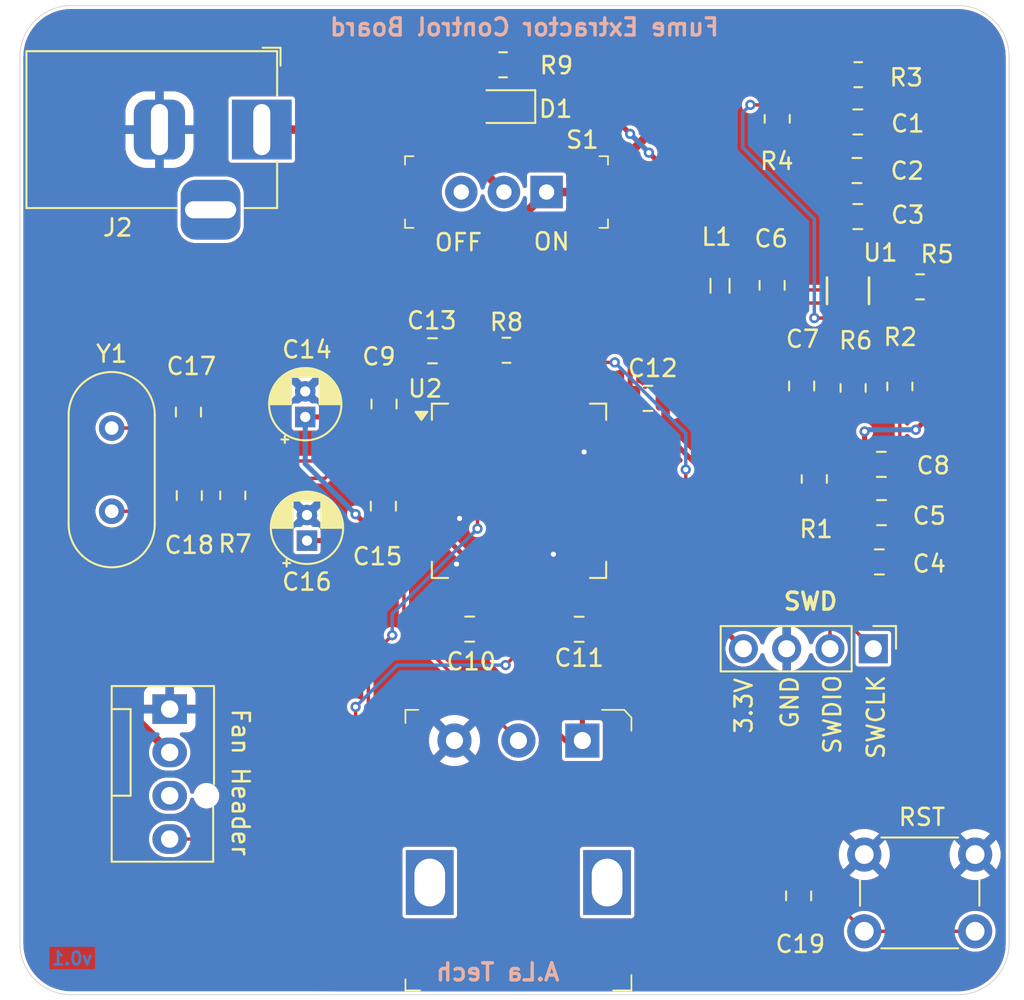
<source format=kicad_pcb>
(kicad_pcb (version 20241229) (generator "pcbnew") (generator_version "9.0")
  (title_block (title "Fume Extractor Control Board PCB") (date "2025-06-16") (rev "v0.1") (comment 4 "Author: Alvin La"))
  (layers (0 "F.Cu" signal) (2 "B.Cu" signal) (13 "F.Paste" user) (15 "B.Paste" user) (5 "F.SilkS" user "F.Silkscreen") (7 "B.SilkS" user "B.Silkscreen") (1 "F.Mask" user) (3 "B.Mask" user) (25 "Edge.Cuts" user))
  (net 0 "")
  (net 1 "GND")
  (net 2 "+12V")
  (net 3 "+3.3V")
  (net 4 "/BST")
  (net 5 "/SW")
  (net 6 "/SS")
  (net 7 "Net-(C8-Pad1)")
  (net 8 "/LED +")
  (net 10 "/PWM")
  (net 11 "Net-(J2-Pad1)")
  (net 12 "/SWDIO")
  (net 13 "/SWCLK")
  (net 14 "/EN")
  (net 15 "/PG")
  (net 16 "/FB")
  (net 17 "/W")
  (net 64 "/OSC_IN")
  (net 65 "/OSC_OUT_R")
  (net 66 "/OSC_OUT")
  (net 67 "/BOOT0")
  (net 68 "/NRST")
  (footprint "Capacitor_SMD:C_0805_2012Metric_Pad1.18x1.45mm_HandSolder" (layer "F.Cu") (at 144.41 93.62 180)
    (property "Reference" "C13" (at 0.04 1.77 0) (layer "F.SilkS"))
    (property "Value" "100n" (hide yes))
    (pad "1" smd roundrect (at -1.0375 0 180) (size 1.175 1.45) (layers "F.Cu" "F.Mask" "F.Paste") (roundrect_rratio 0.212766) (net 3 "+3.3V"))
    (pad "2" smd roundrect (at 1.0375 0 180) (size 1.175 1.45) (layers "F.Cu" "F.Mask" "F.Paste") (roundrect_rratio 0.212766) (net 1 "GND"))
  )
  (footprint "Capacitor_THT:CP_Radial_D4.0mm_P1.50mm" (layer "F.Cu") (at 136.95 97.5 90)
    (property "Reference" "C14" (at 3.95 0.1 180) (layer "F.SilkS"))
    (property "Value" "4.7u" (hide yes))
    (pad "1" thru_hole rect (at 0 0 90) (size 1.2 1.2) (drill 0.6) (layers "*.Cu" "*.Mask") (net 3 "+3.3V"))
    (pad "2" thru_hole circle (at 1.5 0 90) (size 1.2 1.2) (drill 0.6) (layers "*.Cu" "*.Mask") (net 1 "GND"))
  )
  (footprint "Capacitor_SMD:C_0805_2012Metric_Pad1.18x1.45mm_HandSolder" (layer "F.Cu") (at 146.5925 109.94 180)
    (property "Reference" "C10" (at -0.09 -1.9 180) (layer "F.SilkS"))
    (property "Value" "100n" (hide yes))
    (pad "1" smd roundrect (at -1.0375 0 180) (size 1.175 1.45) (layers "F.Cu" "F.Mask" "F.Paste") (roundrect_rratio 0.212766) (net 3 "+3.3V"))
    (pad "2" smd roundrect (at 1.0375 0 180) (size 1.175 1.45) (layers "F.Cu" "F.Mask" "F.Paste") (roundrect_rratio 0.212766) (net 1 "GND"))
  )
  (footprint "Resistor_SMD:R_0805_2012Metric_Pad1.20x1.40mm_HandSolder" (layer "F.Cu") (at 166.8 101.14 -90)
    (property "Reference" "R1" (at 2.94 -0.105 180) (layer "F.SilkS"))
    (property "Value" "51k" (hide yes))
    (pad "1" smd roundrect (at -1 0 270) (size 1.2 1.4) (layers "F.Cu" "F.Mask" "F.Paste") (roundrect_rratio 0.208333) (net 7 "Net-(C8-Pad1)"))
    (pad "2" smd roundrect (at 1 0 270) (size 1.2 1.4) (layers "F.Cu" "F.Mask" "F.Paste") (roundrect_rratio 0.208333) (net 3 "+3.3V"))
  )
  (footprint "Crystal:Crystal_HC49-4H_Vertical" (layer "F.Cu") (at 125.6 98.15 -90)
    (property "Reference" "Y1" (at -4.35 0 180) (layer "F.SilkS"))
    (property "Value" "8MHz")
    (pad "1" thru_hole circle (at 0 0 270) (size 1.5 1.5) (drill 0.8) (layers "*.Cu" "*.Mask") (net 64 "/OSC_IN"))
    (pad "2" thru_hole circle (at 4.88 0 270) (size 1.5 1.5) (drill 0.8) (layers "*.Cu" "*.Mask") (net 65 "/OSC_OUT_R"))
  )
  (footprint "Capacitor_SMD:C_0805_2012Metric_Pad1.18x1.45mm_HandSolder" (layer "F.Cu") (at 165.88 125.58 -90)
    (property "Reference" "C19" (at 2.83 -0.1 180) (layer "F.SilkS"))
    (property "Value" "100n" (hide yes))
    (pad "1" smd roundrect (at -1.0375 0 270) (size 1.175 1.45) (layers "F.Cu" "F.Mask" "F.Paste") (roundrect_rratio 0.212766) (net 1 "GND"))
    (pad "2" smd roundrect (at 1.0375 0 270) (size 1.175 1.45) (layers "F.Cu" "F.Mask" "F.Paste") (roundrect_rratio 0.212766) (net 68 "/NRST"))
  )
  (footprint "Capacitor_SMD:C_0805_2012Metric_Pad1.18x1.45mm_HandSolder" (layer "F.Cu") (at 164.325 89.7825 90)
    (property "Reference" "C6" (at 2.74 -0.06 0) (layer "F.SilkS"))
    (property "Value" "0.1u" (hide yes))
    (pad "1" smd roundrect (at -1.0375 0 90) (size 1.175 1.45) (layers "F.Cu" "F.Mask" "F.Paste") (roundrect_rratio 0.212766) (net 4 "/BST"))
    (pad "2" smd roundrect (at 1.0375 0 90) (size 1.175 1.45) (layers "F.Cu" "F.Mask" "F.Paste") (roundrect_rratio 0.212766) (net 5 "/SW"))
  )
  (footprint "MP2338GTL-Z:SOT583_MP2338_MNP" (layer "F.Cu") (at 168.774999 90.1007 -90)
    (property "Reference" "U1" (at -2.2307 -1.897501 0) (layer "F.SilkS"))
    (property "Value" "MP2338GTL-Z" (hide yes))
    (pad "1" smd rect (at -0.7493 -0.750001 270) (size 0.6096 0.2794) (layers "F.Cu" "F.Mask" "F.Paste") (net 15 "/PG"))
    (pad "2" smd rect (at -0.7493 -0.25 270) (size 0.6096 0.2794) (layers "F.Cu" "F.Mask" "F.Paste") (net 2 "+12V"))
    (pad "3" smd rect (at -0.7493 0.25 270) (size 0.6096 0.2794) (layers "F.Cu" "F.Mask" "F.Paste") (net 5 "/SW"))
    (pad "4" smd rect (at -0.7493 0.750001 270) (size 0.6096 0.2794) (layers "F.Cu" "F.Mask" "F.Paste") (net 1 "GND"))
    (pad "5" smd rect (at 0.7493 0.750001 270) (size 0.6096 0.2794) (layers "F.Cu" "F.Mask" "F.Paste") (net 4 "/BST"))
    (pad "6" smd rect (at 0.7493 0.25 270) (size 0.6096 0.2794) (layers "F.Cu" "F.Mask" "F.Paste") (net 14 "/EN"))
    (pad "7" smd rect (at 0.7493 -0.25 270) (size 0.6096 0.2794) (layers "F.Cu" "F.Mask" "F.Paste") (net 6 "/SS"))
    (pad "8" smd rect (at 0.7493 -0.750001 270) (size 0.6096 0.2794) (layers "F.Cu" "F.Mask" "F.Paste") (net 16 "/FB"))
  )
  (footprint "Resistor_SMD:R_0805_2012Metric_Pad1.20x1.40mm_HandSolder" (layer "F.Cu") (at 171.815 95.71 -90)
    (property "Reference" "R2" (at -2.89 -0.025 180) (layer "F.SilkS"))
    (property "Value" "9.09k" (hide yes))
    (pad "1" smd roundrect (at -1 0 270) (size 1.2 1.4) (layers "F.Cu" "F.Mask" "F.Paste") (roundrect_rratio 0.208333) (net 1 "GND"))
    (pad "2" smd roundrect (at 1 0 270) (size 1.2 1.4) (layers "F.Cu" "F.Mask" "F.Paste") (roundrect_rratio 0.208333) (net 7 "Net-(C8-Pad1)"))
  )
  (footprint "Connector:FanPinHeader_1x04_P2.54mm_Vertical" (layer "F.Cu") (at 129 114.63 -90)
    (property "Reference" "J1" (hide yes))
    (property "Value" "Noctua Fan Header" (hide yes))
    (pad "" np_thru_hole circle (at 5.08 -2.16) (size 1.1 1.1) (drill 1.1) (layers "*.Cu" "*.Mask"))
    (pad "1" thru_hole rect (at 0 0) (size 2.03 1.73) (drill 1.02) (layers "*.Cu" "*.Mask") (net 1 "GND"))
    (pad "2" thru_hole oval (at 2.54 0) (size 2.03 1.73) (drill 1.02) (layers "*.Cu" "*.Mask") (net 2 "+12V"))
    (pad "3" thru_hole oval (at 5.08 0) (size 2.03 1.73) (drill 1.02) (layers "*.Cu" "*.Mask"))
    (pad "4" thru_hole oval (at 7.62 0) (size 2.03 1.73) (drill 1.02) (layers "*.Cu" "*.Mask") (net 10 "/PWM"))
  )
  (footprint "Capacitor_SMD:C_0805_2012Metric_Pad1.18x1.45mm_HandSolder" (layer "F.Cu") (at 141.57 96.7425 90)
    (property "Reference" "C9" (at 2.7825 -0.3 0) (layer "F.SilkS"))
    (property "Value" "100n" (hide yes))
    (pad "1" smd roundrect (at -1.0375 0 90) (size 1.175 1.45) (layers "F.Cu" "F.Mask" "F.Paste") (roundrect_rratio 0.212766) (net 3 "+3.3V"))
    (pad "2" smd roundrect (at 1.0375 0 90) (size 1.175 1.45) (layers "F.Cu" "F.Mask" "F.Paste") (roundrect_rratio 0.212766) (net 1 "GND"))
  )
  (footprint "Resistor_SMD:R_0805_2012Metric_Pad1.20x1.40mm_HandSolder" (layer "F.Cu") (at 169.375 77.43 180)
    (property "Reference" "R3" (at -2.815 -0.17 180) (layer "F.SilkS"))
    (property "Value" "191k")
    (pad "1" smd roundrect (at -1 0 180) (size 1.2 1.4) (layers "F.Cu" "F.Mask" "F.Paste") (roundrect_rratio 0.208333) (net 2 "+12V"))
    (pad "2" smd roundrect (at 1 0 180) (size 1.2 1.4) (layers "F.Cu" "F.Mask" "F.Paste") (roundrect_rratio 0.208333) (net 14 "/EN"))
  )
  (footprint "Resistor_SMD:R_0805_2012Metric_Pad1.20x1.40mm_HandSolder" (layer "F.Cu") (at 148.55 76.85)
    (property "Reference" "R9" (at 3.13 0.04 180) (layer "F.SilkS"))
    (property "Value" "100" (hide yes))
    (pad "1" smd roundrect (at -1 0) (size 1.2 1.4) (layers "F.Cu" "F.Mask" "F.Paste") (roundrect_rratio 0.208333) (net 8 "/LED +"))
    (pad "2" smd roundrect (at 1 0) (size 1.2 1.4) (layers "F.Cu" "F.Mask" "F.Paste") (roundrect_rratio 0.208333) (net 3 "+3.3V"))
  )
  (footprint "Capacitor_THT:CP_Radial_D4.0mm_P1.50mm" (layer "F.Cu") (at 137.05 104.75 90)
    (property "Reference" "C16" (at -2.42 0 180) (layer "F.SilkS"))
    (property "Value" "4.7u" (hide yes))
    (pad "1" thru_hole rect (at 0 0 90) (size 1.2 1.2) (drill 0.6) (layers "*.Cu" "*.Mask") (net 3 "+3.3V"))
    (pad "2" thru_hole circle (at 1.5 0 90) (size 1.2 1.2) (drill 0.6) (layers "*.Cu" "*.Mask") (net 1 "GND"))
  )
  (footprint "Capacitor_SMD:C_0805_2012Metric_Pad1.18x1.45mm_HandSolder" (layer "F.Cu") (at 130.15 102.1125 90)
    (property "Reference" "C18" (at -2.9 0 0) (layer "F.SilkS"))
    (property "Value" "20pF" (hide yes))
    (pad "1" smd roundrect (at -1.0375 0 90) (size 1.175 1.45) (layers "F.Cu" "F.Mask" "F.Paste") (roundrect_rratio 0.212766) (net 65 "/OSC_OUT_R"))
    (pad "2" smd roundrect (at 1.0375 0 90) (size 1.175 1.45) (layers "F.Cu" "F.Mask" "F.Paste") (roundrect_rratio 0.212766) (net 1 "GND"))
  )
  (footprint "Resistor_SMD:R_0805_2012Metric_Pad1.20x1.40mm_HandSolder" (layer "F.Cu") (at 132.7 102.1 -90)
    (property "Reference" "R7" (at 2.84 -0.13 180) (layer "F.SilkS"))
    (property "Value" "390" (hide yes))
    (pad "1" smd roundrect (at -1 0 270) (size 1.2 1.4) (layers "F.Cu" "F.Mask" "F.Paste") (roundrect_rratio 0.208333) (net 66 "/OSC_OUT"))
    (pad "2" smd roundrect (at 1 0 270) (size 1.2 1.4) (layers "F.Cu" "F.Mask" "F.Paste") (roundrect_rratio 0.208333) (net 65 "/OSC_OUT_R"))
  )
  (footprint "Capacitor_SMD:C_0805_2012Metric_Pad1.18x1.45mm_HandSolder" (layer "F.Cu") (at 141.53 102.73 90)
    (property "Reference" "C15" (at -2.95 -0.345 180) (layer "F.SilkS"))
    (property "Value" "100n" (hide yes))
    (pad "1" smd roundrect (at -1.0375 0 90) (size 1.175 1.45) (layers "F.Cu" "F.Mask" "F.Paste") (roundrect_rratio 0.212766) (net 3 "+3.3V"))
    (pad "2" smd roundrect (at 1.0375 0 90) (size 1.175 1.45) (layers "F.Cu" "F.Mask" "F.Paste") (roundrect_rratio 0.212766) (net 1 "GND"))
  )
  (footprint "Capacitor_SMD:C_0805_2012Metric_Pad1.18x1.45mm_HandSolder" (layer "F.Cu") (at 170.7425 103.11 180)
    (property "Reference" "C5" (at -2.7975 -0.19 180) (layer "F.SilkS"))
    (property "Value" "22u" (hide yes))
    (pad "1" smd roundrect (at -1.0375 0 180) (size 1.175 1.45) (layers "F.Cu" "F.Mask" "F.Paste") (roundrect_rratio 0.212766) (net 1 "GND"))
    (pad "2" smd roundrect (at 1.0375 0 180) (size 1.175 1.45) (layers "F.Cu" "F.Mask" "F.Paste") (roundrect_rratio 0.212766) (net 3 "+3.3V"))
  )
  (footprint "Capacitor_SMD:C_0805_2012Metric_Pad1.18x1.45mm_HandSolder" (layer "F.Cu") (at 169.35 80.2 180)
    (property "Reference" "C1" (at -2.93 -0.1 180) (layer "F.SilkS"))
    (property "Value" "10u" (hide yes))
    (pad "1" smd roundrect (at -1.0375 0 180) (size 1.175 1.45) (layers "F.Cu" "F.Mask" "F.Paste") (roundrect_rratio 0.212766) (net 2 "+12V"))
    (pad "2" smd roundrect (at 1.0375 0 180) (size 1.175 1.45) (layers "F.Cu" "F.Mask" "F.Paste") (roundrect_rratio 0.212766) (net 1 "GND"))
  )
  (footprint "Package_QFP:LQFP-64_10x10mm_P0.5mm" (layer "F.Cu") (at 149.485 101.83)
    (property "Reference" "U2" (at -5.505 -5.99 0) (layer "F.SilkS"))
    (property "Value" "STM32F030RCTx")
    (pad "1" smd roundrect (at -5.675 -3.75) (size 1.55 0.3) (layers "F.Cu" "F.Mask" "F.Paste") (net 3 "+3.3V"))
    (pad "2" smd roundrect (at -5.675 -3.25) (size 1.55 0.3) (layers "F.Cu" "F.Mask" "F.Paste"))
    (pad "3" smd roundrect (at -5.675 -2.75) (size 1.55 0.3) (layers "F.Cu" "F.Mask" "F.Paste"))
    (pad "4" smd roundrect (at -5.675 -2.25) (size 1.55 0.3) (layers "F.Cu" "F.Mask" "F.Paste"))
    (pad "5" smd roundrect (at -5.675 -1.75) (size 1.55 0.3) (layers "F.Cu" "F.Mask" "F.Paste") (net 64 "/OSC_IN"))
    (pad "6" smd roundrect (at -5.675 -1.25) (size 1.55 0.3) (layers "F.Cu" "F.Mask" "F.Paste") (net 66 "/OSC_OUT"))
    (pad "7" smd roundrect (at -5.675 -0.75) (size 1.55 0.3) (layers "F.Cu" "F.Mask" "F.Paste") (net 68 "/NRST"))
    (pad "8" smd roundrect (at -5.675 -0.25) (size 1.55 0.3) (layers "F.Cu" "F.Mask" "F.Paste"))
    (pad "9" smd roundrect (at -5.675 0.25) (size 1.55 0.3) (layers "F.Cu" "F.Mask" "F.Paste"))
    (pad "10" smd roundrect (at -5.675 0.75) (size 1.55 0.3) (layers "F.Cu" "F.Mask" "F.Paste"))
    (pad "11" smd roundrect (at -5.675 1.25) (size 1.55 0.3) (layers "F.Cu" "F.Mask" "F.Paste"))
    (pad "12" smd roundrect (at -5.675 1.75) (size 1.55 0.3) (layers "F.Cu" "F.Mask" "F.Paste") (net 1 "GND"))
    (pad "13" smd roundrect (at -5.675 2.25) (size 1.55 0.3) (layers "F.Cu" "F.Mask" "F.Paste") (net 3 "+3.3V"))
    (pad "14" smd roundrect (at -5.675 2.75) (size 1.55 0.3) (layers "F.Cu" "F.Mask" "F.Paste") (net 17 "/W"))
    (pad "15" smd roundrect (at -5.675 3.25) (size 1.55 0.3) (layers "F.Cu" "F.Mask" "F.Paste"))
    (pad "16" smd roundrect (at -5.675 3.75) (size 1.55 0.3) (layers "F.Cu" "F.Mask" "F.Paste"))
    (pad "17" smd roundrect (at -3.75 5.675) (size 0.3 1.55) (layers "F.Cu" "F.Mask" "F.Paste"))
    (pad "18" smd roundrect (at -3.25 5.675) (size 0.3 1.55) (layers "F.Cu" "F.Mask" "F.Paste") (net 1 "GND"))
    (pad "19" smd roundrect (at -2.75 5.675) (size 0.3 1.55) (layers "F.Cu" "F.Mask" "F.Paste") (net 3 "+3.3V"))
    (pad "20" smd roundrect (at -2.25 5.675) (size 0.3 1.55) (layers "F.Cu" "F.Mask" "F.Paste"))
    (pad "21" smd roundrect (at -1.75 5.675) (size 0.3 1.55) (layers "F.Cu" "F.Mask" "F.Paste"))
    (pad "22" smd roundrect (at -1.25 5.675) (size 0.3 1.55) (layers "F.Cu" "F.Mask" "F.Paste"))
    (pad "23" smd roundrect (at -0.75 5.675) (size 0.3 1.55) (layers "F.Cu" "F.Mask" "F.Paste"))
    (pad "24" smd roundrect (at -0.25 5.675) (size 0.3 1.55) (layers "F.Cu" "F.Mask" "F.Paste"))
    (pad "25" smd roundrect (at 0.25 5.675) (size 0.3 1.55) (layers "F.Cu" "F.Mask" "F.Paste"))
    (pad "26" smd roundrect (at 0.75 5.675) (size 0.3 1.55) (layers "F.Cu" "F.Mask" "F.Paste"))
    (pad "27" smd roundrect (at 1.25 5.675) (size 0.3 1.55) (layers "F.Cu" "F.Mask" "F.Paste") (net 10 "/PWM"))
    (pad "28" smd roundrect (at 1.75 5.675) (size 0.3 1.55) (layers "F.Cu" "F.Mask" "F.Paste"))
    (pad "29" smd roundrect (at 2.25 5.675) (size 0.3 1.55) (layers "F.Cu" "F.Mask" "F.Paste"))
    (pad "30" smd roundrect (at 2.75 5.675) (size 0.3 1.55) (layers "F.Cu" "F.Mask" "F.Paste"))
    (pad "31" smd roundrect (at 3.25 5.675) (size 0.3 1.55) (layers "F.Cu" "F.Mask" "F.Paste") (net 1 "GND"))
    (pad "32" smd roundrect (at 3.75 5.675) (size 0.3 1.55) (layers "F.Cu" "F.Mask" "F.Paste") (net 3 "+3.3V"))
    (pad "33" smd roundrect (at 5.675 3.75) (size 1.55 0.3) (layers "F.Cu" "F.Mask" "F.Paste"))
    (pad "34" smd roundrect (at 5.675 3.25) (size 1.55 0.3) (layers "F.Cu" "F.Mask" "F.Paste"))
    (pad "35" smd roundrect (at 5.675 2.75) (size 1.55 0.3) (layers "F.Cu" "F.Mask" "F.Paste"))
    (pad "36" smd roundrect (at 5.675 2.25) (size 1.55 0.3) (layers "F.Cu" "F.Mask" "F.Paste"))
    (pad "37" smd roundrect (at 5.675 1.75) (size 1.55 0.3) (layers "F.Cu" "F.Mask" "F.Paste"))
    (pad "38" smd roundrect (at 5.675 1.25) (size 1.55 0.3) (layers "F.Cu" "F.Mask" "F.Paste"))
    (pad "39" smd roundrect (at 5.675 0.75) (size 1.55 0.3) (layers "F.Cu" "F.Mask" "F.Paste"))
    (pad "40" smd roundrect (at 5.675 0.25) (size 1.55 0.3) (layers "F.Cu" "F.Mask" "F.Paste"))
    (pad "41" smd roundrect (at 5.675 -0.25) (size 1.55 0.3) (layers "F.Cu" "F.Mask" "F.Paste"))
    (pad "42" smd roundrect (at 5.675 -0.75) (size 1.55 0.3) (layers "F.Cu" "F.Mask" "F.Paste"))
    (pad "43" smd roundrect (at 5.675 -1.25) (size 1.55 0.3) (layers "F.Cu" "F.Mask" "F.Paste"))
    (pad "44" smd roundrect (at 5.675 -1.75) (size 1.55 0.3) (layers "F.Cu" "F.Mask" "F.Paste"))
    (pad "45" smd roundrect (at 5.675 -2.25) (size 1.55 0.3) (layers "F.Cu" "F.Mask" "F.Paste"))
    (pad "46" smd roundrect (at 5.675 -2.75) (size 1.55 0.3) (layers "F.Cu" "F.Mask" "F.Paste") (net 12 "/SWDIO"))
    (pad "47" smd roundrect (at 5.675 -3.25) (size 1.55 0.3) (layers "F.Cu" "F.Mask" "F.Paste") (net 1 "GND"))
    (pad "48" smd roundrect (at 5.675 -3.75) (size 1.55 0.3) (layers "F.Cu" "F.Mask" "F.Paste") (net 3 "+3.3V"))
    (pad "49" smd roundrect (at 3.75 -5.675) (size 0.3 1.55) (layers "F.Cu" "F.Mask" "F.Paste") (net 13 "/SWCLK"))
    (pad "50" smd roundrect (at 3.25 -5.675) (size 0.3 1.55) (layers "F.Cu" "F.Mask" "F.Paste"))
    (pad "51" smd roundrect (at 2.75 -5.675) (size 0.3 1.55) (layers "F.Cu" "F.Mask" "F.Paste"))
    (pad "52" smd roundrect (at 2.25 -5.675) (size 0.3 1.55) (layers "F.Cu" "F.Mask" "F.Paste"))
    (pad "53" smd roundrect (at 1.75 -5.675) (size 0.3 1.55) (layers "F.Cu" "F.Mask" "F.Paste"))
    (pad "54" smd roundrect (at 1.25 -5.675) (size 0.3 1.55) (layers "F.Cu" "F.Mask" "F.Paste"))
    (pad "55" smd roundrect (at 0.75 -5.675) (size 0.3 1.55) (layers "F.Cu" "F.Mask" "F.Paste"))
    (pad "56" smd roundrect (at 0.25 -5.675) (size 0.3 1.55) (layers "F.Cu" "F.Mask" "F.Paste"))
    (pad "57" smd roundrect (at -0.25 -5.675) (size 0.3 1.55) (layers "F.Cu" "F.Mask" "F.Paste"))
    (pad "58" smd roundrect (at -0.75 -5.675) (size 0.3 1.55) (layers "F.Cu" "F.Mask" "F.Paste"))
    (pad "59" smd roundrect (at -1.25 -5.675) (size 0.3 1.55) (layers "F.Cu" "F.Mask" "F.Paste"))
    (pad "60" smd roundrect (at -1.75 -5.675) (size 0.3 1.55) (layers "F.Cu" "F.Mask" "F.Paste") (net 67 "/BOOT0"))
    (pad "61" smd roundrect (at -2.25 -5.675) (size 0.3 1.55) (layers "F.Cu" "F.Mask" "F.Paste"))
    (pad "62" smd roundrect (at -2.75 -5.675) (size 0.3 1.55) (layers "F.Cu" "F.Mask" "F.Paste"))
    (pad "63" smd roundrect (at -3.25 -5.675) (size 0.3 1.55) (layers "F.Cu" "F.Mask" "F.Paste") (net 1 "GND"))
    (pad "64" smd roundrect (at -3.75 -5.675) (size 0.3 1.55) (layers "F.Cu" "F.Mask" "F.Paste") (net 3 "+3.3V"))
  )
  (footprint "digikey-footprints:Potentiometer_P120PK-Y25BR10K" (layer "F.Cu") (at 153.2 116.475 180)
    (property "Reference" "RV2" (hide yes))
    (property "Value" "10k")
    (pad "1" thru_hole rect (at 0 0 180) (size 2 2) (drill 1) (layers "*.Cu" "*.Mask") (net 3 "+3.3V"))
    (pad "2" thru_hole circle (at 3.75 0 180) (size 2 2) (drill 1) (layers "*.Cu" "*.Mask") (net 17 "/W"))
    (pad "3" thru_hole circle (at 7.5 0 180) (size 2 2) (drill 1) (layers "*.Cu" "*.Mask") (net 1 "GND"))
    (pad "4" thru_hole rect (at -1.45 -8.325 180) (size 2.8 3.8) (drill oval 1.8 2.8) (layers "*.Cu" "*.Mask"))
    (pad "4" thru_hole rect (at 8.95 -8.325 180) (size 2.8 3.8) (drill oval 1.8 2.8) (layers "*.Cu" "*.Mask"))
  )
  (footprint "Capacitor_SMD:C_0805_2012Metric_Pad1.18x1.45mm_HandSolder" (layer "F.Cu") (at 169.35 85.75 180)
    (property "Reference" "C3" (at -2.93 0.1 180) (layer "F.SilkS"))
    (property "Value" "0.1u" (hide yes))
    (pad "1" smd roundrect (at -1.0375 0 180) (size 1.175 1.45) (layers "F.Cu" "F.Mask" "F.Paste") (roundrect_rratio 0.212766) (net 2 "+12V"))
    (pad "2" smd roundrect (at 1.0375 0 180) (size 1.175 1.45) (layers "F.Cu" "F.Mask" "F.Paste") (roundrect_rratio 0.212766) (net 1 "GND"))
  )
  (footprint "digikey-footprints:Switch_Slide_11.6x4mm_EG1218" (layer "F.Cu") (at 151.1 84.31 180)
    (property "Reference" "S1" (at -2.1 3.06 0) (layer "F.SilkS"))
    (property "Value" "EG1218")
    (pad "1" thru_hole rect (at 0 0 180) (size 1.9 1.9) (drill 0.9) (layers "*.Cu" "*.Mask") (net 2 "+12V"))
    (pad "2" thru_hole circle (at 2.5 0 180) (size 1.9 1.9) (drill 0.9) (layers "*.Cu" "*.Mask") (net 11 "Net-(J2-Pad1)"))
    (pad "3" thru_hole circle (at 5 0 180) (size 1.9 1.9) (drill 0.9) (layers "*.Cu" "*.Mask"))
  )
  (footprint "Resistor_SMD:R_0805_2012Metric_Pad1.20x1.40mm_HandSolder" (layer "F.Cu") (at 169.075 95.8 90)
    (property "Reference" "R6" (at 2.78 0.155 180) (layer "F.SilkS"))
    (property "Value" "10k" (hide yes))
    (pad "1" smd roundrect (at -1 0 90) (size 1.2 1.4) (layers "F.Cu" "F.Mask" "F.Paste") (roundrect_rratio 0.208333) (net 7 "Net-(C8-Pad1)"))
    (pad "2" smd roundrect (at 1 0 90) (size 1.2 1.4) (layers "F.Cu" "F.Mask" "F.Paste") (roundrect_rratio 0.208333) (net 16 "/FB"))
  )
  (footprint "Resistor_SMD:R_0805_2012Metric_Pad1.20x1.40mm_HandSolder" (layer "F.Cu") (at 164.625 80.02 -90)
    (property "Reference" "R4" (at 2.48 0.025 180) (layer "F.SilkS"))
    (property "Value" "49.9k" (hide yes))
    (pad "1" smd roundrect (at -1 0 270) (size 1.2 1.4) (layers "F.Cu" "F.Mask" "F.Paste") (roundrect_rratio 0.208333) (net 14 "/EN"))
    (pad "2" smd roundrect (at 1 0 270) (size 1.2 1.4) (layers "F.Cu" "F.Mask" "F.Paste") (roundrect_rratio 0.208333) (net 1 "GND"))
  )
  (footprint "Connector_PinHeader_2.54mm:PinHeader_1x04_P2.54mm_Vertical" (layer "F.Cu") (at 170.26 111.09 -90)
    (property "Reference" "J3" (hide yes))
    (property "Value" "SWD Header" (hide yes))
    (pad "1" thru_hole rect (at 0 0 270) (size 1.7 1.7) (drill 1) (layers "*.Cu" "*.Mask") (net 13 "/SWCLK"))
    (pad "2" thru_hole oval (at 0 2.54 270) (size 1.7 1.7) (drill 1) (layers "*.Cu" "*.Mask") (net 12 "/SWDIO"))
    (pad "3" thru_hole oval (at 0 5.08 270) (size 1.7 1.7) (drill 1) (layers "*.Cu" "*.Mask") (net 1 "GND"))
    (pad "4" thru_hole oval (at 0 7.62 270) (size 1.7 1.7) (drill 1) (layers "*.Cu" "*.Mask") (net 3 "+3.3V"))
  )
  (footprint "Button_Switch_THT:SW_PUSH_6mm" (layer "F.Cu") (at 169.73 123.16)
    (property "Reference" "SW1" (hide yes))
    (property "Value" "RESET")
    (pad "1" thru_hole circle (at 0 0 90) (size 2 2) (drill 1.1) (layers "*.Cu" "*.Mask") (net 1 "GND"))
    (pad "1" thru_hole circle (at 6.5 0 90) (size 2 2) (drill 1.1) (layers "*.Cu" "*.Mask") (net 1 "GND"))
    (pad "2" thru_hole circle (at 0 4.5 90) (size 2 2) (drill 1.1) (layers "*.Cu" "*.Mask") (net 68 "/NRST"))
    (pad "2" thru_hole circle (at 6.5 4.5 90) (size 2 2) (drill 1.1) (layers "*.Cu" "*.Mask") (net 68 "/NRST"))
  )
  (footprint "Connector_BarrelJack:BarrelJack_Horizontal" (layer "F.Cu") (at 134.4 80.65)
    (property "Reference" "J2" (at -8.45 5.75 0) (layer "F.SilkS"))
    (property "Value" "Barrel_Jack_MountingPin" (hide yes))
    (pad "1" thru_hole rect (at 0 0) (size 3.5 3.5) (drill oval 1 3) (layers "*.Cu" "*.Mask") (net 11 "Net-(J2-Pad1)"))
    (pad "2" thru_hole roundrect (at -6 0) (size 3 3.5) (drill oval 1 3) (layers "*.Cu" "*.Mask") (net 1 "GND"))
    (pad "3" thru_hole roundrect (at -3 4.7) (size 3.5 3.5) (drill oval 3 1) (layers "*.Cu" "*.Mask"))
  )
  (footprint "Capacitor_SMD:C_0805_2012Metric_Pad1.18x1.45mm_HandSolder" (layer "F.Cu") (at 170.6125 106)
    (property "Reference" "C4" (at 2.9275 0.11 180) (layer "F.SilkS"))
    (property "Value" "22u" (hide yes))
    (pad "1" smd roundrect (at -1.0375 0) (size 1.175 1.45) (layers "F.Cu" "F.Mask" "F.Paste") (roundrect_rratio 0.212766) (net 3 "+3.3V"))
    (pad "2" smd roundrect (at 1.0375 0) (size 1.175 1.45) (layers "F.Cu" "F.Mask" "F.Paste") (roundrect_rratio 0.212766) (net 1 "GND"))
  )
  (footprint "Inductor_SMD:L_0805_2012Metric_Pad1.05x1.20mm_HandSolder" (layer "F.Cu") (at 161.27 89.81 -90)
    (property "Reference" "L1" (at -2.87 0.2 180) (layer "F.SilkS"))
    (property "Value" "6.8u" (hide yes))
    (pad "1" smd roundrect (at -1.15 0 270) (size 1.05 1.2) (layers "F.Cu" "F.Mask" "F.Paste") (roundrect_rratio 0.238095) (net 5 "/SW"))
    (pad "2" smd roundrect (at 1.15 0 270) (size 1.05 1.2) (layers "F.Cu" "F.Mask" "F.Paste") (roundrect_rratio 0.238095) (net 3 "+3.3V"))
  )
  (footprint "LED_SMD:LED_0805_2012Metric_Pad1.15x1.40mm_HandSolder" (layer "F.Cu") (at 148.575 79.3 180)
    (property "Reference" "D1" (at -3.055 -0.14 180) (layer "F.SilkS"))
    (property "Value" "LED" (hide yes))
    (pad "1" smd roundrect (at -1.025 0 180) (size 1.15 1.4) (layers "F.Cu" "F.Mask" "F.Paste") (roundrect_rratio 0.217391) (net 1 "GND"))
    (pad "2" smd roundrect (at 1.025 0 180) (size 1.15 1.4) (layers "F.Cu" "F.Mask" "F.Paste") (roundrect_rratio 0.217391) (net 8 "/LED +"))
  )
  (footprint "Resistor_SMD:R_0805_2012Metric_Pad1.20x1.40mm_HandSolder" (layer "F.Cu") (at 173.005 89.87 180)
    (property "Reference" "R5" (at -0.9975 1.91 180) (layer "F.SilkS"))
    (property "Value" "100k" (hide yes))
    (pad "1" smd roundrect (at -1 0 180) (size 1.2 1.4) (layers "F.Cu" "F.Mask" "F.Paste") (roundrect_rratio 0.208333) (net 3 "+3.3V"))
    (pad "2" smd roundrect (at 1 0 180) (size 1.2 1.4) (layers "F.Cu" "F.Mask" "F.Paste") (roundrect_rratio 0.208333) (net 15 "/PG"))
  )
  (footprint "Capacitor_SMD:C_0805_2012Metric_Pad1.18x1.45mm_HandSolder" (layer "F.Cu") (at 170.73 100.28 180)
    (property "Reference" "C8" (at -3.04 -0.07 180) (layer "F.SilkS"))
    (property "Value" "470p" (hide yes))
    (pad "1" smd roundrect (at -1.0375 0 180) (size 1.175 1.45) (layers "F.Cu" "F.Mask" "F.Paste") (roundrect_rratio 0.212766) (net 7 "Net-(C8-Pad1)"))
    (pad "2" smd roundrect (at 1.0375 0 180) (size 1.175 1.45) (layers "F.Cu" "F.Mask" "F.Paste") (roundrect_rratio 0.212766) (net 3 "+3.3V"))
  )
  (footprint "Capacitor_SMD:C_0805_2012Metric_Pad1.18x1.45mm_HandSolder" (layer "F.Cu") (at 166.0575 95.6825 -90)
    (property "Reference" "C7" (at -2.7525 -0.0525 180) (layer "F.SilkS"))
    (property "Value" "22n" (hide yes))
    (pad "1" smd roundrect (at -1.0375 0 270) (size 1.175 1.45) (layers "F.Cu" "F.Mask" "F.Paste") (roundrect_rratio 0.212766) (net 6 "/SS"))
    (pad "2" smd roundrect (at 1.0375 0 270) (size 1.175 1.45) (layers "F.Cu" "F.Mask" "F.Paste") (roundrect_rratio 0.212766) (net 1 "GND"))
  )
  (footprint "Capacitor_SMD:C_0805_2012Metric_Pad1.18x1.45mm_HandSolder" (layer "F.Cu") (at 130.1 97.2125 90)
    (property "Reference" "C17" (at 2.69 0.17 180) (layer "F.SilkS"))
    (property "Value" "20pF" (hide yes))
    (pad "1" smd roundrect (at -1.0375 0 90) (size 1.175 1.45) (layers "F.Cu" "F.Mask" "F.Paste") (roundrect_rratio 0.212766) (net 64 "/OSC_IN"))
    (pad "2" smd roundrect (at 1.0375 0 90) (size 1.175 1.45) (layers "F.Cu" "F.Mask" "F.Paste") (roundrect_rratio 0.212766) (net 1 "GND"))
  )
  (footprint "Resistor_SMD:R_0805_2012Metric_Pad1.20x1.40mm_HandSolder" (layer "F.Cu") (at 148.75 93.59)
    (property "Reference" "R8" (at 0 -1.65 0) (layer "F.SilkS"))
    (property "Value" "10k" (hide yes))
    (pad "1" smd roundrect (at -1 0) (size 1.2 1.4) (layers "F.Cu" "F.Mask" "F.Paste") (roundrect_rratio 0.208333) (net 67 "/BOOT0"))
    (pad "2" smd roundrect (at 1 0) (size 1.2 1.4) (layers "F.Cu" "F.Mask" "F.Paste") (roundrect_rratio 0.208333) (net 1 "GND"))
  )
  (footprint "Capacitor_SMD:C_0805_2012Metric_Pad1.18x1.45mm_HandSolder" (layer "F.Cu") (at 157.04 96.41)
    (property "Reference" "C12" (at 0.285 -1.77 180) (layer "F.SilkS"))
    (property "Value" "100n" (hide yes))
    (pad "1" smd roundrect (at -1.0375 0) (size 1.175 1.45) (layers "F.Cu" "F.Mask" "F.Paste") (roundrect_rratio 0.212766) (net 3 "+3.3V"))
    (pad "2" smd roundrect (at 1.0375 0) (size 1.175 1.45) (layers "F.Cu" "F.Mask" "F.Paste") (roundrect_rratio 0.212766) (net 1 "GND"))
  )
  (footprint "Capacitor_SMD:C_0805_2012Metric_Pad1.18x1.45mm_HandSolder" (layer "F.Cu") (at 153.0125 109.95 180)
    (property "Reference" "C11" (at 0 -1.68 0) (layer "F.SilkS"))
    (property "Value" "100n" (hide yes))
    (pad "1" smd roundrect (at -1.0375 0 180) (size 1.175 1.45) (layers "F.Cu" "F.Mask" "F.Paste") (roundrect_rratio 0.212766) (net 3 "+3.3V"))
    (pad "2" smd roundrect (at 1.0375 0 180) (size 1.175 1.45) (layers "F.Cu" "F.Mask" "F.Paste") (roundrect_rratio 0.212766) (net 1 "GND"))
  )
  (footprint "Capacitor_SMD:C_0805_2012Metric_Pad1.18x1.45mm_HandSolder" (layer "F.Cu") (at 169.3 83.05 180)
    (property "Reference" "C2" (at -2.95 -0.02 180) (layer "F.SilkS"))
    (property "Value" "10u" (hide yes))
    (pad "1" smd roundrect (at -1.0375 0 180) (size 1.175 1.45) (layers "F.Cu" "F.Mask" "F.Paste") (roundrect_rratio 0.212766) (net 2 "+12V"))
    (pad "2" smd roundrect (at 1.0375 0 180) (size 1.175 1.45) (layers "F.Cu" "F.Mask" "F.Paste") (roundrect_rratio 0.212766) (net 1 "GND"))
  )
  (gr_line (start 123.22132 131.378679) (end 175.22132 131.378679) (stroke (width 0.05)) (layer "Edge.Cuts"))
  (gr_line (start 175.221319 73.378679) (end 123.221319 73.378679) (stroke (width 0.05)) (layer "Edge.Cuts"))
  (gr_arc (start 175.221319 73.378679) (mid 177.342639 74.257359) (end 178.221319 76.378679) (stroke (width 0.05)) (layer "Edge.Cuts"))
  (gr_line (start 178.221319 128.378679) (end 178.221319 76.378679) (stroke (width 0.05)) (layer "Edge.Cuts"))
  (gr_arc (start 120.221319 76.378679) (mid 121.099999 74.257359) (end 123.221319 73.378679) (stroke (width 0.05)) (layer "Edge.Cuts"))
  (gr_arc (start 123.22132 131.37868) (mid 121.1 130.5) (end 120.22132 128.37868) (stroke (width 0.05)) (layer "Edge.Cuts"))
  (gr_line (start 120.221321 76.37868) (end 120.221321 128.37868) (stroke (width 0.05)) (layer "Edge.Cuts"))
  (gr_arc (start 178.22132 128.378679) (mid 177.34264 130.499999) (end 175.22132 131.378679) (stroke (width 0.05)) (layer "Edge.Cuts"))
  (gr_text "v0.1" (at 124.55 129.7 0) (layer "B.Cu") (effects (font (size 0.75 0.75) (thickness 0.15) (bold yes)) (justify left bottom mirror)))
  (gr_text "3.3V\n" (at 163.25 116.15 90) (layer "F.SilkS") (effects (font (size 1 1) (thickness 0.15) (bold yes)) (justify left bottom)))
  (gr_text "OFF" (at 144.45 87.85 0) (layer "F.SilkS") (effects (font (size 1 1)) (justify left bottom)))
  (gr_text "SWDIO" (at 168.45 117.35 90) (layer "F.SilkS") (effects (font (size 1 1) (thickness 0.15) (bold yes)) (justify left bottom)))
  (gr_text "SWCLK" (at 171 117.65 90) (layer "F.SilkS") (effects (font (size 1 1) (thickness 0.15) (bold yes)) (justify left bottom)))
  (gr_text "GND" (at 165.95 115.85 90) (layer "F.SilkS") (effects (font (size 1 1) (thickness 0.15) (bold yes)) (justify left bottom)))
  (gr_text "SWD" (at 164.9 108.9 0) (layer "F.SilkS") (effects (font (size 1 1) (thickness 0.2) (bold yes)) (justify left bottom)))
  (gr_text "RST" (at 171.65 121.55 0) (layer "F.SilkS") (effects (font (size 1 1)) (justify left bottom)))
  (gr_text "ON\n" (at 150.25 87.8 0) (layer "F.SilkS") (effects (font (size 1 1)) (justify left bottom)))
  (gr_text "Fan Header" (at 132.57 114.52 270) (layer "F.SilkS") (effects (font (size 1 1)) (justify left bottom)))
  (gr_text "Fume Extractor Control Board\n\n	  " (at 161.31 78.45 0) (layer "B.SilkS") (effects (font (size 1 1) (thickness 0.2) (bold yes)) (justify left bottom mirror)))
  (gr_text "A.La Tech" (at 151.96 130.64 0) (layer "B.SilkS") (effects (font (size 1 1) (thickness 0.2) (bold yes)) (justify left bottom mirror)))
  (segment (start 146.235 109.26) (end 146.235 107.505) (width 0.3) (layer "F.Cu") (net 1))
  (segment (start 151.5 105.55) (end 151.659534 105.55) (width 0.3) (layer "F.Cu") (net 1))
  (segment (start 146 103.45) (end 145.871 103.579) (width 0.3) (layer "F.Cu") (net 1))
  (segment (start 142.93 103.58) (end 142.606 103.256) (width 0.3) (layer "F.Cu") (net 1))
  (segment (start 144.690534 103.579) (end 144.689534 103.58) (width 0.3) (layer "F.Cu") (net 1))
  (segment (start 146.235 107.505) (end 146.235 106.544706) (width 0.3) (layer "F.Cu") (net 1))
  (segment (start 145.871 103.579) (end 144.690534 103.579) (width 0.3) (layer "F.Cu") (net 1))
  (segment (start 152.735 106.625466) (end 152.735 107.505) (width 0.3) (layer "F.Cu") (net 1))
  (segment (start 154.27 98.58) (end 153.3 99.55) (width 0.3) (layer "F.Cu") (net 1))
  (segment (start 145.555 109.94) (end 146.235 109.26) (width 0.3) (layer "F.Cu") (net 1))
  (segment (start 142.606 102.7685) (end 141.53 101.6925) (width 0.3) (layer "F.Cu") (net 1))
  (segment (start 155.16 98.58) (end 154.27 98.58) (width 0.3) (layer "F.Cu") (net 1))
  (segment (start 151.659534 105.55) (end 152.735 106.625466) (width 0.3) (layer "F.Cu") (net 1))
  (segment (start 142.606 103.256) (end 142.606 102.7685) (width 0.3) (layer "F.Cu") (net 1))
  (segment (start 152.735 109.19) (end 151.975 109.95) (width 0.3) (layer "F.Cu") (net 1))
  (segment (start 146.235 106.544706) (end 145.819412 106.129118) (width 0.3) (layer "F.Cu") (net 1))
  (segment (start 152.735 107.505) (end 152.735 109.19) (width 0.3) (layer "F.Cu") (net 1))
  (segment (start 143.81 103.58) (end 142.93 103.58) (width 0.3) (layer "F.Cu") (net 1))
  (via (at 146 103.45) (size 0.6) (drill 0.3) (layers "F.Cu" "B.Cu") (net 1))
  (via (at 145.819412 106.129118) (size 0.6) (drill 0.3) (layers "F.Cu" "B.Cu") (net 1))
  (via (at 151.5 105.55) (size 0.6) (drill 0.3) (layers "F.Cu" "B.Cu") (net 1))
  (via (at 153.3 99.55) (size 0.6) (drill 0.3) (layers "F.Cu" "B.Cu") (net 1))
  (segment (start 146.051 103.399) (end 146 103.45) (width 0.3) (layer "B.Cu") (net 1))
  (segment (start 147.701 103.780346) (end 147.319654 103.399) (width 0.3) (layer "B.Cu") (net 1))
  (segment (start 151.5 101.35) (end 151.5 105.55) (width 0.3) (layer "B.Cu") (net 1))
  (segment (start 147.319654 103.399) (end 146.051 103.399) (width 0.3) (layer "B.Cu") (net 1))
  (segment (start 145.819412 106.129118) (end 145.891536 106.129118) (width 0.3) (layer "B.Cu") (net 1))
  (segment (start 147.701 104.319654) (end 147.701 103.780346) (width 0.3) (layer "B.Cu") (net 1))
  (segment (start 153.3 99.55) (end 151.5 101.35) (width 0.3) (layer "B.Cu") (net 1))
  (segment (start 145.891536 106.129118) (end 147.701 104.319654) (width 0.3) (layer "B.Cu") (net 1))
  (segment (start 151.1 84.31) (end 153.69 84.31) (width 0.5) (layer "F.Cu") (net 2))
  (segment (start 168.7 74.65) (end 170.375 76.325) (width 0.5) (layer "F.Cu") (net 2))
  (segment (start 170.3375 85.7) (end 170.3875 85.75) (width 0.5) (layer "F.Cu") (net 2))
  (segment (start 170.375 80.1875) (end 170.3875 80.2) (width 0.5) (layer "F.Cu") (net 2))
  (segment (start 170.3875 87.2625) (end 170.3875 85.75) (width 0.3) (layer "F.Cu") (net 2))
  (segment (start 129 117.17) (end 122.95 111.12) (width 0.5) (layer "F.Cu") (net 2))
  (segment (start 163.35 74.65) (end 168.7 74.65) (width 0.5) (layer "F.Cu") (net 2))
  (segment (start 169.024999 89.3514) (end 169.024999 88.625001) (width 0.3) (layer "F.Cu") (net 2))
  (segment (start 170.375 76.325) (end 170.375 77.43) (width 0.5) (layer "F.Cu") (net 2))
  (segment (start 170.3875 83) (end 170.3375 83.05) (width 0.5) (layer "F.Cu") (net 2))
  (segment (start 170.375 77.43) (end 170.375 80.1875) (width 0.5) (layer "F.Cu") (net 2))
  (segment (start 145.41 90) (end 151.1 84.31) (width 0.5) (layer "F.Cu") (net 2))
  (segment (start 170.3375 83.05) (end 170.3375 85.7) (width 0.5) (layer "F.Cu") (net 2))
  (segment (start 169.024999 88.625001) (end 170.3875 87.2625) (width 0.3) (layer "F.Cu") (net 2))
  (segment (start 128.25 90) (end 145.41 90) (width 0.5) (layer "F.Cu") (net 2))
  (segment (start 122.95 95.3) (end 128.25 90) (width 0.5) (layer "F.Cu") (net 2))
  (segment (start 170.3875 80.2) (end 170.3875 83) (width 0.5) (layer "F.Cu") (net 2))
  (segment (start 153.69 84.31) (end 163.35 74.65) (width 0.5) (layer "F.Cu") (net 2))
  (segment (start 122.95 111.12) (end 122.95 95.3) (width 0.5) (layer "F.Cu") (net 2))
  (segment (start 153.235 107.505) (end 153.235 105.985) (width 0.3) (layer "F.Cu") (net 3))
  (segment (start 140.5475 104.75) (end 141.53 103.7675) (width 0.3) (layer "F.Cu") (net 3))
  (segment (start 155.16 97.2525) (end 156.0025 96.41) (width 0.3) (layer "F.Cu") (net 3))
  (segment (start 143.81 104.08) (end 141.8425 104.08) (width 0.3) (layer "F.Cu") (net 3))
  (segment (start 157 93.6) (end 156.0025 94.5975) (width 0.3) (layer "F.Cu") (net 3))
  (segment (start 146.735 107.505) (end 146.735 109.045) (width 0.3) (layer "F.Cu") (net 3))
  (segment (start 137.05 104.75) (end 140.5475 104.75) (width 0.3) (layer "F.Cu") (net 3))
  (segment (start 141.53 103.7675) (end 140.4675 103.7675) (width 0.3) (layer "F.Cu") (net 3))
  (segment (start 143.81 98.08) (end 141.87 98.08) (width 0.3) (layer "F.Cu") (net 3))
  (segment (start 145.735 96.155) (end 145.735 93.9075) (width 0.3) (layer "F.Cu") (net 3))
  (segment (start 145.12 98.08) (end 145.735 97.465) (width 0.3) (layer "F.Cu") (net 3))
  (segment (start 167.8325 102.14) (end 169.6925 100.28) (width 0.3) (layer "F.Cu") (net 3))
  (segment (start 169.75 98.35) (end 169.75 100.2225) (width 0.3) (layer "F.Cu") (net 3))
  (segment (start 152.204346 116.475) (end 153.2 116.475) (width 0.3) (layer "F.Cu") (net 3))
  (segment (start 169.6925 100.28) (end 169.6925 103.0975) (width 0.3) (layer "F.Cu") (net 3))
  (segment (start 161.5 109.95) (end 162.64 111.09) (width 0.3) (layer "F.Cu") (net 3))
  (segment (start 158.1 83) (end 158.1 89.46) (width 0.3) (layer "F.Cu") (net 3))
  (segment (start 152.6 99) (end 153.52 98.08) (width 0.3) (layer "F.Cu") (net 3))
  (segment (start 155.16 98.08) (end 155.16 97.2525) (width 0.3) (layer "F.Cu") (net 3))
  (segment (start 161.27 92.73) (end 160.4 93.6) (width 0.3) (layer "F.Cu") (net 3))
  (segment (start 149.55 76.85) (end 151.95 76.85) (width 0.3) (layer "F.Cu") (net 3))
  (segment (start 145.735 97.465) (end 145.735 96.155) (width 0.3) (layer "F.Cu") (net 3))
  (segment (start 145.735 93.9075) (end 145.4475 93.62) (width 0.3) (layer "F.Cu") (net 3))
  (segment (start 153.2 110.8) (end 154.05 109.95) (width 0.3) (layer "F.Cu") (net 3))
  (segment (start 174.005 89.87) (end 174.005 96.995) (width 0.3) (layer "F.Cu") (net 3))
  (segment (start 141.87 98.08) (end 141.57 97.78) (width 0.3) (layer "F.Cu") (net 3))
  (segment (start 147.63 111.900654) (end 152.204346 116.475) (width 0.3) (layer "F.Cu") (net 3))
  (segment (start 153.235 109.135) (end 154.05 109.95) (width 0.3) (layer "F.Cu") (net 3))
  (segment (start 144.689534 104.08) (end 143.81 104.08) (width 0.3) (layer "F.Cu") (net 3))
  (segment (start 141.29 97.5) (end 141.57 97.78) (width 0.3) (layer "F.Cu") (net 3))
  (segment (start 156.0025 96.41) (end 161.7325 102.14) (width 0.3) (layer "F.Cu") (net 3))
  (segment (start 169.705 105.87) (end 169.575 106) (width 0.3) (layer "F.Cu") (net 3))
  (segment (start 146.735 106.125466) (end 144.689534 104.08) (width 0.3) (layer "F.Cu") (net 3))
  (segment (start 158.1 89.46) (end 159.6 90.96) (width 0.3) (layer "F.Cu") (net 3))
  (segment (start 151.95 76.85) (end 156 80.9) (width 0.3) (layer "F.Cu") (net 3))
  (segment (start 159.6 90.96) (end 161.27 90.96) (width 0.3) (layer "F.Cu") (net 3))
  (segment (start 153.235 105.985) (end 152.6 105.35) (width 0.3) (layer "F.Cu") (net 3))
  (segment (start 143.81 98.08) (end 145.12 98.08) (width 0.3) (layer "F.Cu") (net 3))
  (segment (start 154.05 109.95) (end 161.5 109.95) (width 0.3) (layer "F.Cu") (net 3))
  (segment (start 141.8425 104.08) (end 141.53 103.7675) (width 0.3) (layer "F.Cu") (net 3))
  (segment (start 174.005 96.995) (end 172.75 98.25) (width 0.3) (layer "F.Cu") (net 3))
  (segment (start 153.2 116.475) (end 153.2 110.8) (width 0.3) (layer "F.Cu") (net 3))
  (segment (start 157.1 82) (end 158.1 83) (width 0.3) (layer "F.Cu") (net 3))
  (segment (start 146.735 107.505) (end 146.735 106.125466) (width 0.3) (layer "F.Cu") (net 3))
  (segment (start 152.6 105.35) (end 152.6 99) (width 0.3) (layer "F.Cu") (net 3))
  (segment (start 161.7325 102.14) (end 166.8 102.14) (width 0.3) (layer "F.Cu") (net 3))
  (segment (start 156.0025 94.5975) (end 156.0025 96.41) (width 0.3) (layer "F.Cu") (net 3))
  (segment (start 160.4 93.6) (end 157 93.6) (width 0.3) (layer "F.Cu") (net 3))
  (segment (start 169.705 103.11) (end 169.705 105.87) (width 0.3) (layer "F.Cu") (net 3))
  (segment (start 169.75 100.2225) (end 169.6925 100.28) (width 0.3) (layer "F.Cu") (net 3))
  (segment (start 166.8 102.14) (end 167.8325 102.14) (width 0.3) (layer "F.Cu") (net 3))
  (segment (start 140.4675 103.7675) (end 139.9 103.2) (width 0.3) (layer "F.Cu") (net 3))
  (segment (start 153.235 107.505) (end 153.235 109.135) (width 0.3) (layer "F.Cu") (net 3))
  (segment (start 153.52 98.08) (end 155.16 98.08) (width 0.3) (layer "F.Cu") (net 3))
  (segment (start 136.95 97.5) (end 141.29 97.5) (width 0.3) (layer "F.Cu") (net 3))
  (segment (start 147.63 109.94) (end 147.63 111.900654) (width 0.3) (layer "F.Cu") (net 3))
  (segment (start 169.6925 103.0975) (end 169.705 103.11) (width 0.3) (layer "F.Cu") (net 3))
  (segment (start 146.735 109.045) (end 147.63 109.94) (width 0.3) (layer "F.Cu") (net 3))
  (segment (start 161.27 90.96) (end 161.27 92.73) (width 0.3) (layer "F.Cu") (net 3))
  (via (at 156 80.9) (size 0.6) (drill 0.3) (layers "F.Cu" "B.Cu") (net 3))
  (via (at 169.75 98.35) (size 0.6) (drill 0.3) (layers "F.Cu" "B.Cu") (net 3))
  (via (at 139.9 103.2) (size 0.6) (drill 0.3) (layers "F.Cu" "B.Cu") (net 3))
  (via (at 157.1 82) (size 0.6) (drill 0.3) (layers "F.Cu" "B.Cu") (net 3))
  (via (at 172.75 98.25) (size 0.6) (drill 0.3) (layers "F.Cu" "B.Cu") (net 3))
  (segment (start 136.95 100.25) (end 136.95 97.5) (width 0.3) (layer "B.Cu") (net 3))
  (segment (start 169.85 98.25) (end 169.75 98.35) (width 0.3) (layer "B.Cu") (net 3))
  (segment (start 139.9 103.2) (end 136.95 100.25) (width 0.3) (layer "B.Cu") (net 3))
  (segment (start 172.75 98.25) (end 169.85 98.25) (width 0.3) (layer "B.Cu") (net 3))
  (segment (start 156 80.9) (end 157.1 82) (width 0.3) (layer "B.Cu") (net 3))
  (segment (start 167.994998 90.82) (end 168.024998 90.85) (width 0.2) (layer "F.Cu") (net 4))
  (segment (start 164.325 90.82) (end 167.994998 90.82) (width 0.2) (layer "F.Cu") (net 4))
  (segment (start 164.325 88.745) (end 165.63 90.05) (width 0.2) (layer "F.Cu") (net 5))
  (segment (start 164.325 88.745) (end 161.355 88.745) (width 0.2) (layer "F.Cu") (net 5))
  (segment (start 168.372898 90.05) (end 168.524999 89.897899) (width 0.2) (layer "F.Cu") (net 5))
  (segment (start 165.63 90.05) (end 168.372898 90.05) (width 0.2) (layer "F.Cu") (net 5))
  (segment (start 161.355 88.745) (end 161.27 88.66) (width 0.2) (layer "F.Cu") (net 5))
  (segment (start 168.524999 89.897899) (end 168.524999 89.3514) (width 0.2) (layer "F.Cu") (net 5))
  (segment (start 166.0575 94.645) (end 169.024999 91.677501) (width 0.2) (layer "F.Cu") (net 6))
  (segment (start 169.024999 91.677501) (end 169.024999 90.85) (width 0.2) (layer "F.Cu") (net 6))
  (segment (start 166.8 99.075) (end 169.075 96.8) (width 0.2) (layer "F.Cu") (net 7))
  (segment (start 171.725 96.8) (end 171.815 96.71) (width 0.2) (layer "F.Cu") (net 7))
  (segment (start 171.815 100.2325) (end 171.7675 100.28) (width 0.2) (layer "F.Cu") (net 7))
  (segment (start 169.075 96.8) (end 171.725 96.8) (width 0.2) (layer "F.Cu") (net 7))
  (segment (start 171.815 96.71) (end 171.815 100.2325) (width 0.2) (layer "F.Cu") (net 7))
  (segment (start 166.8 100.14) (end 166.8 99.075) (width 0.2) (layer "F.Cu") (net 7))
  (segment (start 147.55 76.85) (end 147.55 79.3) (width 0.2) (layer "F.Cu") (net 8))
  (segment (start 150.735 110.015) (end 150.735 107.505) (width 0.2) (layer "F.Cu") (net 10))
  (segment (start 134.35 122.25) (end 139.9 116.7) (width 0.2) (layer "F.Cu") (net 10))
  (segment (start 129 122.25) (end 134.35 122.25) (width 0.2) (layer "F.Cu") (net 10))
  (segment (start 148.7 112.05) (end 150.735 110.015) (width 0.2) (layer "F.Cu") (net 10))
  (segment (start 139.9 116.7) (end 139.9 114.5) (width 0.2) (layer "F.Cu") (net 10))
  (via (at 148.7 112.05) (size 0.6) (drill 0.3) (layers "F.Cu" "B.Cu") (net 10))
  (via (at 139.9 114.5) (size 0.6) (drill 0.3) (layers "F.Cu" "B.Cu") (net 10))
  (segment (start 139.9 114.5) (end 142.35 112.05) (width 0.2) (layer "B.Cu") (net 10))
  (segment (start 142.35 112.05) (end 148.7 112.05) (width 0.2) (layer "B.Cu") (net 10))
  (segment (start 144.94 80.65) (end 148.6 84.31) (width 0.5) (layer "F.Cu") (net 11))
  (segment (start 134.4 80.65) (end 144.94 80.65) (width 0.5) (layer "F.Cu") (net 11))
  (segment (start 162.95 107.9) (end 157.45 102.4) (width 0.2) (layer "F.Cu") (net 12))
  (segment (start 167.72 109.52) (end 166.1 107.9) (width 0.2) (layer "F.Cu") (net 12))
  (segment (start 157.45 102.4) (end 157.45 100.561176) (width 0.2) (layer "F.Cu") (net 12))
  (segment (start 167.72 111.09) (end 167.72 109.52) (width 0.2) (layer "F.Cu") (net 12))
  (segment (start 155.968824 99.08) (end 155.16 99.08) (width 0.2) (layer "F.Cu") (net 12))
  (segment (start 166.1 107.9) (end 162.95 107.9) (width 0.2) (layer "F.Cu") (net 12))
  (segment (start 157.45 100.561176) (end 155.968824 99.08) (width 0.2) (layer "F.Cu") (net 12))
  (segment (start 159.26163 103.747768) (end 159.26163 100.58837) (width 0.2) (layer "F.Cu") (net 13))
  (segment (start 153.235 94.715) (end 153.235 96.155) (width 0.2) (layer "F.Cu") (net 13))
  (segment (start 153.65 94.3) (end 153.235 94.715) (width 0.2) (layer "F.Cu") (net 13))
  (segment (start 166.713069 107.543069) (end 163.056931 107.543069) (width 0.2) (layer "F.Cu") (net 13))
  (segment (start 170.26 111.09) (end 169.76326 111.09) (width 0.2) (layer "F.Cu") (net 13))
  (segment (start 155.1 94.3) (end 153.65 94.3) (width 0.2) (layer "F.Cu") (net 13))
  (segment (start 170.26 111.09) (end 166.713069 107.543069) (width 0.2) (layer "F.Cu") (net 13))
  (segment (start 163.056931 107.543069) (end 159.26163 103.747768) (width 0.2) (layer "F.Cu") (net 13))
  (via (at 159.26163 100.58837) (size 0.6) (drill 0.3) (layers "F.Cu" "B.Cu") (net 13))
  (via (at 155.1 94.3) (size 0.6) (drill 0.3) (layers "F.Cu" "B.Cu") (net 13))
  (segment (start 159.26163 98.46163) (end 155.1 94.3) (width 0.2) (layer "B.Cu") (net 13))
  (segment (start 159.26163 100.58837) (end 159.26163 98.46163) (width 0.2) (layer "B.Cu") (net 13))
  (segment (start 166.215 77.43) (end 164.625 79.02) (width 0.2) (layer "F.Cu") (net 14))
  (segment (start 168.375 77.43) (end 166.215 77.43) (width 0.2) (layer "F.Cu") (net 14))
  (segment (start 168.221498 91.7) (end 166.8 91.7) (width 0.2) (layer "F.Cu") (net 14))
  (segment (start 168.524999 91.396499) (end 168.221498 91.7) (width 0.2) (layer "F.Cu") (net 14))
  (segment (start 164.445 79.2) (end 164.625 79.02) (width 0.2) (layer "F.Cu") (net 14))
  (segment (start 163.05 79.2) (end 164.445 79.2) (width 0.2) (layer "F.Cu") (net 14))
  (segment (start 168.524999 90.85) (end 168.524999 91.396499) (width 0.2) (layer "F.Cu") (net 14))
  (via (at 166.8 91.7) (size 0.6) (drill 0.3) (layers "F.Cu" "B.Cu") (net 14))
  (via (at 163.05 79.2) (size 0.6) (drill 0.3) (layers "F.Cu" "B.Cu") (net 14))
  (segment (start 166.8 91.7) (end 166.8 85.9) (width 0.2) (layer "B.Cu") (net 14))
  (segment (start 162.6 79.65) (end 163.05 79.2) (width 0.2) (layer "B.Cu") (net 14))
  (segment (start 166.8 85.9) (end 162.6 81.7) (width 0.2) (layer "B.Cu") (net 14))
  (segment (start 162.6 81.7) (end 162.6 79.65) (width 0.2) (layer "B.Cu") (net 14))
  (segment (start 171.4864 89.3514) (end 172.005 89.87) (width 0.2) (layer "F.Cu") (net 15))
  (segment (start 169.525 89.3514) (end 171.4864 89.3514) (width 0.2) (layer "F.Cu") (net 15))
  (segment (start 169.525 94.35) (end 169.525 90.85) (width 0.2) (layer "F.Cu") (net 16))
  (segment (start 169.075 94.8) (end 169.525 94.35) (width 0.2) (layer "F.Cu") (net 16))
  (segment (start 143.001176 104.58) (end 143.81 104.58) (width 0.2) (layer "F.Cu") (net 17))
  (segment (start 149.45 116.475) (end 142.734 109.759) (width 0.2) (layer "F.Cu") (net 17))
  (segment (start 142.734 109.759) (end 142.734 104.847176) (width 0.2) (layer "F.Cu") (net 17))
  (segment (start 142.734 104.847176) (end 143.001176 104.58) (width 0.2) (layer "F.Cu") (net 17))
  (segment (start 130.1 98.25) (end 131.93 100.08) (width 0.2) (layer "F.Cu") (net 64))
  (segment (start 130 98.15) (end 130.1 98.25) (width 0.2) (layer "F.Cu") (net 64))
  (segment (start 125.6 98.15) (end 130 98.15) (width 0.2) (layer "F.Cu") (net 64))
  (segment (start 131.93 100.08) (end 143.81 100.08) (width 0.2) (layer "F.Cu") (net 64))
  (segment (start 130.15 103.15) (end 130.3 103.15) (width 0.2) (layer "F.Cu") (net 65))
  (segment (start 130.3 103.15) (end 130.35 103.1) (width 0.2) (layer "F.Cu") (net 65))
  (segment (start 130.03 103.03) (end 130.15 103.15) (width 0.2) (layer "F.Cu") (net 65))
  (segment (start 125.6 103.03) (end 130.03 103.03) (width 0.2) (layer "F.Cu") (net 65))
  (segment (start 130.35 103.1) (end 132.7 103.1) (width 0.2) (layer "F.Cu") (net 65))
  (segment (start 138.1 101.1) (end 132.7 101.1) (width 0.2) (layer "F.Cu") (net 66))
  (segment (start 138.62 100.58) (end 138.1 101.1) (width 0.2) (layer "F.Cu") (net 66))
  (segment (start 143.81 100.58) (end 138.62 100.58) (width 0.2) (layer "F.Cu") (net 66))
  (segment (start 147.735 93.605) (end 147.75 93.59) (width 0.2) (layer "F.Cu") (net 67))
  (segment (start 147.735 96.155) (end 147.735 93.605) (width 0.2) (layer "F.Cu") (net 67))
  (segment (start 140.65 116.35) (end 140.65 112.55) (width 0.2) (layer "F.Cu") (net 68))
  (segment (start 143.05 118.75) (end 140.65 116.35) (width 0.2) (layer "F.Cu") (net 68))
  (segment (start 157.35 118.75) (end 143.05 118.75) (width 0.2) (layer "F.Cu") (net 68))
  (segment (start 165.2175 126.6175) (end 158.85 120.25) (width 0.2) (layer "F.Cu") (net 68))
  (segment (start 140.65 111.7) (end 142.05 110.3) (width 0.2) (layer "F.Cu") (net 68))
  (segment (start 169.73 127.66) (end 168.6875 126.6175) (width 0.2) (layer "F.Cu") (net 68))
  (segment (start 176.23 127.66) (end 169.73 127.66) (width 0.2) (layer "F.Cu") (net 68))
  (segment (start 158.85 120.25) (end 157.35 118.75) (width 0.2) (layer "F.Cu") (net 68))
  (segment (start 147.05 103.3) (end 144.83 101.08) (width 0.2) (layer "F.Cu") (net 68))
  (segment (start 140.65 112.55) (end 140.65 111.7) (width 0.2) (layer "F.Cu") (net 68))
  (segment (start 168.6875 126.6175) (end 165.88 126.6175) (width 0.2) (layer "F.Cu") (net 68))
  (segment (start 165.88 126.6175) (end 165.2175 126.6175) (width 0.2) (layer "F.Cu") (net 68))
  (segment (start 144.83 101.08) (end 143.81 101.08) (width 0.2) (layer "F.Cu") (net 68))
  (segment (start 147.05 104.05) (end 147.05 103.3) (width 0.2) (layer "F.Cu") (net 68))
  (via (at 147.05 104.05) (size 0.6) (drill 0.3) (layers "F.Cu" "B.Cu") (net 68))
  (via (at 142.05 110.3) (size 0.6) (drill 0.3) (layers "F.Cu" "B.Cu") (net 68))
  (segment (start 142.05 109.05) (end 147.05 104.05) (width 0.2) (layer "B.Cu") (net 68))
  (segment (start 142.05 110.3) (end 142.05 109.05) (width 0.2) (layer "B.Cu") (net 68))
  (zone (net 1) (net_name "GND") (layer "F.Cu") (connect_pads (clearance 0.2)) (min_thickness 0.25) (fill yes (thermal_gap 0.5) (thermal_bridge_width 0.5))
    (polygon (pts (xy 119.75 73.4) (xy 119.8 131) (xy 178.8 131.55) (xy 178.55 73.25) (xy 119.85 73.45)))
  )
  (zone (net 1) (net_name "GND") (layer "B.Cu") (priority 1) (connect_pads (clearance 0.2)) (min_thickness 0.25) (fill yes (thermal_gap 0.5) (thermal_bridge_width 0.5))
    (polygon (pts (xy 119.15 73.45) (xy 119.55 131.6) (xy 179.1 131.7) (xy 178.85 73.05) (xy 119.05 73.4)))
  )
)
</source>
